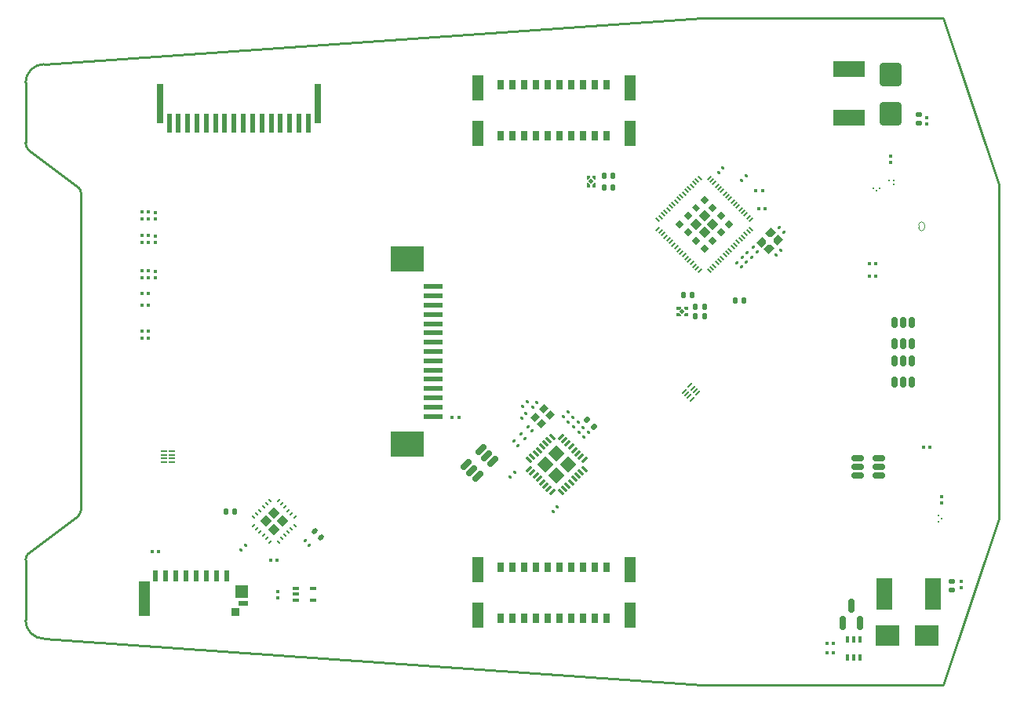
<source format=gbr>
G04 #@! TF.GenerationSoftware,KiCad,Pcbnew,8.0.1-8.0.1-1~ubuntu22.04.1*
G04 #@! TF.CreationDate,2024-03-31T08:55:46-05:00*
G04 #@! TF.ProjectId,controller,636f6e74-726f-46c6-9c65-722e6b696361,rev?*
G04 #@! TF.SameCoordinates,Original*
G04 #@! TF.FileFunction,Paste,Top*
G04 #@! TF.FilePolarity,Positive*
%FSLAX46Y46*%
G04 Gerber Fmt 4.6, Leading zero omitted, Abs format (unit mm)*
G04 Created by KiCad (PCBNEW 8.0.1-8.0.1-1~ubuntu22.04.1) date 2024-03-31 08:55:46*
%MOMM*%
%LPD*%
G01*
G04 APERTURE LIST*
G04 Aperture macros list*
%AMRoundRect*
0 Rectangle with rounded corners*
0 $1 Rounding radius*
0 $2 $3 $4 $5 $6 $7 $8 $9 X,Y pos of 4 corners*
0 Add a 4 corners polygon primitive as box body*
4,1,4,$2,$3,$4,$5,$6,$7,$8,$9,$2,$3,0*
0 Add four circle primitives for the rounded corners*
1,1,$1+$1,$2,$3*
1,1,$1+$1,$4,$5*
1,1,$1+$1,$6,$7*
1,1,$1+$1,$8,$9*
0 Add four rect primitives between the rounded corners*
20,1,$1+$1,$2,$3,$4,$5,0*
20,1,$1+$1,$4,$5,$6,$7,0*
20,1,$1+$1,$6,$7,$8,$9,0*
20,1,$1+$1,$8,$9,$2,$3,0*%
%AMHorizOval*
0 Thick line with rounded ends*
0 $1 width*
0 $2 $3 position (X,Y) of the first rounded end (center of the circle)*
0 $4 $5 position (X,Y) of the second rounded end (center of the circle)*
0 Add line between two ends*
20,1,$1,$2,$3,$4,$5,0*
0 Add two circle primitives to create the rounded ends*
1,1,$1,$2,$3*
1,1,$1,$4,$5*%
%AMRotRect*
0 Rectangle, with rotation*
0 The origin of the aperture is its center*
0 $1 length*
0 $2 width*
0 $3 Rotation angle, in degrees counterclockwise*
0 Add horizontal line*
21,1,$1,$2,0,0,$3*%
%AMOutline5P*
0 Free polygon, 5 corners , with rotation*
0 The origin of the aperture is its center*
0 number of corners: always 5*
0 $1 to $10 corner X, Y*
0 $11 Rotation angle, in degrees counterclockwise*
0 create outline with 5 corners*
4,1,5,$1,$2,$3,$4,$5,$6,$7,$8,$9,$10,$1,$2,$11*%
%AMOutline6P*
0 Free polygon, 6 corners , with rotation*
0 The origin of the aperture is its center*
0 number of corners: always 6*
0 $1 to $12 corner X, Y*
0 $13 Rotation angle, in degrees counterclockwise*
0 create outline with 6 corners*
4,1,6,$1,$2,$3,$4,$5,$6,$7,$8,$9,$10,$11,$12,$1,$2,$13*%
%AMOutline7P*
0 Free polygon, 7 corners , with rotation*
0 The origin of the aperture is its center*
0 number of corners: always 7*
0 $1 to $14 corner X, Y*
0 $15 Rotation angle, in degrees counterclockwise*
0 create outline with 7 corners*
4,1,7,$1,$2,$3,$4,$5,$6,$7,$8,$9,$10,$11,$12,$13,$14,$1,$2,$15*%
%AMOutline8P*
0 Free polygon, 8 corners , with rotation*
0 The origin of the aperture is its center*
0 number of corners: always 8*
0 $1 to $16 corner X, Y*
0 $17 Rotation angle, in degrees counterclockwise*
0 create outline with 8 corners*
4,1,8,$1,$2,$3,$4,$5,$6,$7,$8,$9,$10,$11,$12,$13,$14,$15,$16,$1,$2,$17*%
%AMFreePoly0*
4,1,6,0.150000,0.038638,0.026362,-0.085000,-0.150000,-0.085000,-0.150000,0.085000,0.150000,0.085000,0.150000,0.038638,0.150000,0.038638,$1*%
%AMFreePoly1*
4,1,6,0.150000,-0.038638,0.150000,-0.085000,-0.150000,-0.085000,-0.150000,0.085000,0.026362,0.085000,0.150000,-0.038638,0.150000,-0.038638,$1*%
%AMFreePoly2*
4,1,6,0.150000,-0.085000,-0.150000,-0.085000,-0.150000,-0.038638,-0.026362,0.085000,0.150000,0.085000,0.150000,-0.085000,0.150000,-0.085000,$1*%
%AMFreePoly3*
4,1,6,0.150000,-0.085000,-0.026362,-0.085000,-0.150000,0.038638,-0.150000,0.085000,0.150000,0.085000,0.150000,-0.085000,0.150000,-0.085000,$1*%
G04 Aperture macros list end*
%ADD10C,0.010000*%
%ADD11R,0.600000X1.250000*%
%ADD12R,1.200000X3.790000*%
%ADD13R,1.450000X1.400000*%
%ADD14R,1.000000X0.600000*%
%ADD15R,0.950000X0.850000*%
%ADD16RoundRect,0.047500X0.161220X-0.094045X-0.094045X0.161220X-0.161220X0.094045X0.094045X-0.161220X0*%
%ADD17RoundRect,0.047500X0.161220X0.094045X0.094045X0.161220X-0.161220X-0.094045X-0.094045X-0.161220X0*%
%ADD18RotRect,0.931000X0.931000X135.000000*%
%ADD19RoundRect,0.079500X-0.127279X-0.014849X-0.014849X-0.127279X0.127279X0.014849X0.014849X0.127279X0*%
%ADD20RoundRect,0.079500X-0.014849X0.127279X-0.127279X0.014849X0.014849X-0.127279X0.127279X-0.014849X0*%
%ADD21RoundRect,0.140000X0.140000X0.170000X-0.140000X0.170000X-0.140000X-0.170000X0.140000X-0.170000X0*%
%ADD22RoundRect,0.079500X0.079500X0.100500X-0.079500X0.100500X-0.079500X-0.100500X0.079500X-0.100500X0*%
%ADD23R,0.650000X0.400000*%
%ADD24RoundRect,0.079500X-0.079500X-0.100500X0.079500X-0.100500X0.079500X0.100500X-0.079500X0.100500X0*%
%ADD25RoundRect,0.079500X-0.100500X0.079500X-0.100500X-0.079500X0.100500X-0.079500X0.100500X0.079500X0*%
%ADD26RotRect,0.254000X0.812800X135.000000*%
%ADD27RotRect,0.254000X0.812800X45.000000*%
%ADD28RotRect,1.301800X1.301800X45.000000*%
%ADD29RoundRect,0.079500X0.127279X0.014849X0.014849X0.127279X-0.127279X-0.014849X-0.014849X-0.127279X0*%
%ADD30RoundRect,0.079500X0.014849X-0.127279X0.127279X-0.014849X-0.014849X0.127279X-0.127279X0.014849X0*%
%ADD31RoundRect,0.135000X0.226274X0.035355X0.035355X0.226274X-0.226274X-0.035355X-0.035355X-0.226274X0*%
%ADD32RoundRect,0.079500X0.100500X-0.079500X0.100500X0.079500X-0.100500X0.079500X-0.100500X-0.079500X0*%
%ADD33RotRect,0.750000X0.700000X45.000000*%
%ADD34RoundRect,0.140000X-0.170000X0.140000X-0.170000X-0.140000X0.170000X-0.140000X0.170000X0.140000X0*%
%ADD35R,2.500000X2.300000*%
%ADD36RoundRect,0.150000X-0.256326X-0.468458X0.468458X0.256326X0.256326X0.468458X-0.468458X-0.256326X0*%
%ADD37RoundRect,0.140000X-0.219203X-0.021213X-0.021213X-0.219203X0.219203X0.021213X0.021213X0.219203X0*%
%ADD38R,0.700000X0.200000*%
%ADD39RoundRect,0.140000X-0.140000X-0.170000X0.140000X-0.170000X0.140000X0.170000X-0.140000X0.170000X0*%
%ADD40R,0.609600X2.006600*%
%ADD41R,0.711200X4.191000*%
%ADD42R,3.505200X1.778000*%
%ADD43R,0.400000X0.650000*%
%ADD44RoundRect,0.150000X0.150000X-0.450000X0.150000X0.450000X-0.150000X0.450000X-0.150000X-0.450000X0*%
%ADD45R,2.000000X0.610000*%
%ADD46R,3.600000X2.680000*%
%ADD47R,0.200000X0.200000*%
%ADD48RoundRect,0.250000X0.900000X-1.000000X0.900000X1.000000X-0.900000X1.000000X-0.900000X-1.000000X0*%
%ADD49FreePoly0,0.000000*%
%ADD50FreePoly1,0.000000*%
%ADD51FreePoly2,0.000000*%
%ADD52FreePoly3,0.000000*%
%ADD53RotRect,0.420000X0.420000X45.000000*%
%ADD54R,1.778000X3.505200*%
%ADD55RotRect,0.600000X0.600000X225.000000*%
%ADD56RotRect,0.900000X0.900000X225.000000*%
%ADD57RotRect,0.500000X0.600000X225.000000*%
%ADD58HorizOval,0.200000X-0.141421X-0.141421X0.141421X0.141421X0*%
%ADD59HorizOval,0.200000X-0.141421X0.141421X0.141421X-0.141421X0*%
%ADD60RotRect,0.200000X0.200000X315.000000*%
%ADD61R,0.800000X1.100000*%
%ADD62R,1.200000X2.700000*%
%ADD63Outline5P,-0.425000X0.375000X0.275000X0.375000X0.425000X0.225000X0.425000X-0.375000X-0.425000X-0.375000X225.000000*%
%ADD64Outline5P,-0.425000X0.225000X-0.275000X0.375000X0.425000X0.375000X0.425000X-0.375000X-0.425000X-0.375000X225.000000*%
%ADD65Outline5P,-0.425000X0.375000X0.425000X0.375000X0.425000X-0.375000X-0.275000X-0.375000X-0.425000X-0.225000X225.000000*%
%ADD66Outline5P,-0.425000X0.375000X0.425000X0.375000X0.425000X-0.225000X0.275000X-0.375000X-0.425000X-0.375000X225.000000*%
%ADD67FreePoly0,270.000000*%
%ADD68FreePoly1,270.000000*%
%ADD69FreePoly2,270.000000*%
%ADD70FreePoly3,270.000000*%
%ADD71RotRect,0.420000X0.420000X315.000000*%
%ADD72RoundRect,0.150000X-0.512500X-0.150000X0.512500X-0.150000X0.512500X0.150000X-0.512500X0.150000X0*%
%ADD73RoundRect,0.140000X0.170000X-0.140000X0.170000X0.140000X-0.170000X0.140000X-0.170000X-0.140000X0*%
%ADD74RoundRect,0.150000X0.150000X-0.587500X0.150000X0.587500X-0.150000X0.587500X-0.150000X-0.587500X0*%
%ADD75RotRect,0.700000X0.200000X225.000000*%
G04 #@! TA.AperFunction,Profile*
%ADD76C,0.254000*%
G04 #@! TD*
G04 #@! TA.AperFunction,Profile*
%ADD77C,0.010000*%
G04 #@! TD*
G04 APERTURE END LIST*
D10*
X153635000Y-95310000D02*
X153485000Y-95460000D01*
X153245000Y-95460000D01*
X153245000Y-95200000D01*
X153635000Y-95200000D01*
X153635000Y-95310000D01*
G36*
X153635000Y-95310000D02*
G01*
X153485000Y-95460000D01*
X153245000Y-95460000D01*
X153245000Y-95200000D01*
X153635000Y-95200000D01*
X153635000Y-95310000D01*
G37*
X153635000Y-96000000D02*
X153635000Y-96110000D01*
X153245000Y-96110000D01*
X153245000Y-95850000D01*
X153485000Y-95850000D01*
X153635000Y-96000000D01*
G36*
X153635000Y-96000000D02*
G01*
X153635000Y-96110000D01*
X153245000Y-96110000D01*
X153245000Y-95850000D01*
X153485000Y-95850000D01*
X153635000Y-96000000D01*
G37*
X154445000Y-95460000D02*
X154205000Y-95460000D01*
X154055000Y-95310000D01*
X154055000Y-95200000D01*
X154445000Y-95200000D01*
X154445000Y-95460000D01*
G36*
X154445000Y-95460000D02*
G01*
X154205000Y-95460000D01*
X154055000Y-95310000D01*
X154055000Y-95200000D01*
X154445000Y-95200000D01*
X154445000Y-95460000D01*
G37*
X154445000Y-96110000D02*
X154055000Y-96110000D01*
X154055000Y-96000000D01*
X154205000Y-95850000D01*
X154445000Y-95850000D01*
X154445000Y-96110000D01*
G36*
X154445000Y-96110000D02*
G01*
X154055000Y-96110000D01*
X154055000Y-96000000D01*
X154205000Y-95850000D01*
X154445000Y-95850000D01*
X154445000Y-96110000D01*
G37*
X143810000Y-81245000D02*
X143660000Y-81395000D01*
X143550000Y-81395000D01*
X143550000Y-81005000D01*
X143810000Y-81005000D01*
X143810000Y-81245000D01*
G36*
X143810000Y-81245000D02*
G01*
X143660000Y-81395000D01*
X143550000Y-81395000D01*
X143550000Y-81005000D01*
X143810000Y-81005000D01*
X143810000Y-81245000D01*
G37*
X143810000Y-81965000D02*
X143810000Y-82205000D01*
X143550000Y-82205000D01*
X143550000Y-81815000D01*
X143660000Y-81815000D01*
X143810000Y-81965000D01*
G36*
X143810000Y-81965000D02*
G01*
X143810000Y-82205000D01*
X143550000Y-82205000D01*
X143550000Y-81815000D01*
X143660000Y-81815000D01*
X143810000Y-81965000D01*
G37*
X144460000Y-81395000D02*
X144350000Y-81395000D01*
X144200000Y-81245000D01*
X144200000Y-81005000D01*
X144460000Y-81005000D01*
X144460000Y-81395000D01*
G36*
X144460000Y-81395000D02*
G01*
X144350000Y-81395000D01*
X144200000Y-81245000D01*
X144200000Y-81005000D01*
X144460000Y-81005000D01*
X144460000Y-81395000D01*
G37*
X144460000Y-82205000D02*
X144200000Y-82205000D01*
X144200000Y-81965000D01*
X144350000Y-81815000D01*
X144460000Y-81815000D01*
X144460000Y-82205000D01*
G36*
X144460000Y-82205000D02*
G01*
X144200000Y-82205000D01*
X144200000Y-81965000D01*
X144350000Y-81815000D01*
X144460000Y-81815000D01*
X144460000Y-82205000D01*
G37*
D11*
X104680000Y-124185000D03*
X103580000Y-124185000D03*
X102480000Y-124185000D03*
X101380000Y-124185000D03*
X100280000Y-124185000D03*
X99180000Y-124185000D03*
X98080000Y-124185000D03*
X96980000Y-124185000D03*
D12*
X95830000Y-126665000D03*
D13*
X106305000Y-125910000D03*
D14*
X106530000Y-127160000D03*
D15*
X105605000Y-128135000D03*
D16*
X110279619Y-120547386D03*
X110633173Y-120193833D03*
X110986726Y-119840280D03*
X111340280Y-119486726D03*
X111693833Y-119133173D03*
X112047386Y-118779619D03*
D17*
X112047386Y-117860381D03*
X111693833Y-117506827D03*
X111340280Y-117153274D03*
X110986726Y-116799720D03*
X110633173Y-116446167D03*
X110279619Y-116092614D03*
D16*
X109360381Y-116092614D03*
X109006827Y-116446167D03*
X108653274Y-116799720D03*
X108299720Y-117153274D03*
X107946167Y-117506827D03*
X107592614Y-117860381D03*
D17*
X107592614Y-118779619D03*
X107946167Y-119133173D03*
X108299720Y-119486726D03*
X108653274Y-119840280D03*
X109006827Y-120193833D03*
X109360381Y-120547386D03*
D18*
X109820000Y-119186206D03*
X110686206Y-118320000D03*
X108953794Y-118320000D03*
X109820000Y-117453794D03*
D19*
X113146048Y-120426048D03*
X113633952Y-120913952D03*
D20*
X106703952Y-120916048D03*
X106216048Y-121403952D03*
D21*
X105580000Y-117250000D03*
X104620000Y-117250000D03*
D22*
X97335000Y-121560000D03*
X96645000Y-121560000D03*
D23*
X112130000Y-125540000D03*
X112130000Y-126190000D03*
X112130000Y-126840000D03*
X114030000Y-126840000D03*
X114030000Y-125540000D03*
D24*
X109455000Y-122500000D03*
X110145000Y-122500000D03*
D25*
X110240000Y-125935000D03*
X110240000Y-126625000D03*
D26*
X137309575Y-112675954D03*
X137668785Y-113035164D03*
X138027995Y-113394374D03*
X138387205Y-113753584D03*
X138746416Y-114112795D03*
X139105626Y-114472005D03*
X139464836Y-114831215D03*
X139824046Y-115190425D03*
D27*
X140775954Y-115190425D03*
X141135164Y-114831215D03*
X141494374Y-114472005D03*
X141853584Y-114112795D03*
X142212795Y-113753584D03*
X142572005Y-113394374D03*
X142931215Y-113035164D03*
X143290425Y-112675954D03*
D26*
X143290425Y-111724046D03*
X142931215Y-111364836D03*
X142572005Y-111005626D03*
X142212795Y-110646416D03*
X141853584Y-110287205D03*
X141494374Y-109927995D03*
X141135164Y-109568785D03*
X140775954Y-109209575D03*
D27*
X139824046Y-109209575D03*
X139464836Y-109568785D03*
X139105626Y-109927995D03*
X138746416Y-110287205D03*
X138387205Y-110646416D03*
X138027995Y-111005626D03*
X137668785Y-111364836D03*
X137309575Y-111724046D03*
D28*
X139096646Y-112200000D03*
X140300000Y-113403354D03*
X140300000Y-110996646D03*
X141503354Y-112200000D03*
D20*
X140383952Y-116796048D03*
X139896048Y-117283952D03*
X141523952Y-106546048D03*
X141036048Y-107033952D03*
D29*
X136923952Y-109363952D03*
X136436048Y-108876048D03*
X136143952Y-110143952D03*
X135656048Y-109656048D03*
D30*
X142686048Y-108703952D03*
X143173952Y-108216048D03*
X143226048Y-109233952D03*
X143713952Y-108746048D03*
D20*
X136993952Y-106676048D03*
X136506048Y-107163952D03*
D30*
X137692322Y-105997678D03*
X138180226Y-105509774D03*
D31*
X144320624Y-108100624D03*
X143599376Y-107379376D03*
D32*
X181860000Y-116365000D03*
X181860000Y-115675000D03*
D29*
X137683952Y-108593952D03*
X137196048Y-108106048D03*
D33*
X138676256Y-107820503D03*
X139630850Y-106865909D03*
X138923744Y-106158803D03*
X137969150Y-107113397D03*
D30*
X142116048Y-108123952D03*
X142603952Y-107636048D03*
D25*
X183922100Y-124835000D03*
X183922100Y-125525000D03*
D34*
X182932100Y-124810000D03*
X182932100Y-125770000D03*
D35*
X180272100Y-130680000D03*
X175972100Y-130680000D03*
D22*
X96230000Y-98552000D03*
X95540000Y-98552000D03*
X96230000Y-97790000D03*
X95540000Y-97790000D03*
D36*
X130496098Y-112160400D03*
X131167849Y-112832151D03*
X131839600Y-113503902D03*
X133448268Y-111895234D03*
X132776517Y-111223483D03*
X132104766Y-110551732D03*
D30*
X141576048Y-107583952D03*
X142063952Y-107096048D03*
X136656048Y-105943952D03*
X137143952Y-105456048D03*
D37*
X114180589Y-119360589D03*
X114859411Y-120039411D03*
D38*
X98800000Y-111950000D03*
X98800000Y-111550000D03*
X98800000Y-111150000D03*
X98800000Y-110750000D03*
X97900000Y-110750000D03*
X97900000Y-111150000D03*
X97900000Y-111550000D03*
X97900000Y-111950000D03*
D24*
X129045000Y-107090000D03*
X129735000Y-107090000D03*
D22*
X96230000Y-87503000D03*
X95540000Y-87503000D03*
D25*
X176300000Y-78925000D03*
X176300000Y-79615000D03*
D30*
X157771048Y-80711952D03*
X158258952Y-80224048D03*
D39*
X155270000Y-95180000D03*
X156230000Y-95180000D03*
D22*
X96230000Y-94996000D03*
X95540000Y-94996000D03*
D40*
X113495001Y-75329000D03*
X112495001Y-75329000D03*
X111495000Y-75329000D03*
X110495002Y-75329000D03*
X109495002Y-75329000D03*
X108495001Y-75329000D03*
X107495001Y-75329000D03*
X106495003Y-75329000D03*
X105495002Y-75329000D03*
X104495001Y-75329000D03*
X103495001Y-75329000D03*
X102495000Y-75329000D03*
X101495002Y-75329000D03*
X100495002Y-75329000D03*
X99495001Y-75329000D03*
X98495001Y-75329000D03*
D41*
X97498701Y-73220800D03*
X114491301Y-73220800D03*
D39*
X159560000Y-94500000D03*
X160520000Y-94500000D03*
D22*
X170145000Y-132550000D03*
X169455000Y-132550000D03*
D42*
X171830000Y-74734100D03*
X171830000Y-69501700D03*
D22*
X96230000Y-92075000D03*
X95540000Y-92075000D03*
D19*
X164316048Y-86606048D03*
X164803952Y-87093952D03*
D22*
X180545000Y-110300000D03*
X179855000Y-110300000D03*
D39*
X145420000Y-82280000D03*
X146380000Y-82280000D03*
D21*
X154910000Y-93890000D03*
X153950000Y-93890000D03*
D43*
X171700000Y-133000000D03*
X172350000Y-133000000D03*
X173000000Y-133000000D03*
X173000000Y-131100000D03*
X172350000Y-131100000D03*
X171700000Y-131100000D03*
D44*
X176750000Y-99137500D03*
X177700000Y-99137500D03*
X178650000Y-99137500D03*
X178650000Y-96862500D03*
X177700000Y-96862500D03*
X176750000Y-96862500D03*
D22*
X96230000Y-85725000D03*
X95540000Y-85725000D03*
D45*
X127000000Y-93000000D03*
X127000000Y-94000000D03*
X127000000Y-95000000D03*
X127000000Y-96000000D03*
X127000000Y-97000000D03*
X127000000Y-98000000D03*
X127000000Y-99000000D03*
X127000000Y-100000000D03*
X127000000Y-101000000D03*
X127000000Y-102000000D03*
X127000000Y-103000000D03*
X127000000Y-104000000D03*
X127000000Y-105000000D03*
X127000000Y-106000000D03*
X127000000Y-107000000D03*
D46*
X124200000Y-90010000D03*
X124200000Y-109990000D03*
D39*
X155270000Y-96180000D03*
X156230000Y-96180000D03*
D47*
X174809000Y-82673000D03*
X175149000Y-82373000D03*
X174469000Y-82373000D03*
D48*
X176320000Y-74377500D03*
X176320000Y-70077500D03*
D24*
X161807000Y-82666000D03*
X162497000Y-82666000D03*
D22*
X96230000Y-91313000D03*
X95540000Y-91313000D03*
D49*
X153440000Y-95330000D03*
D50*
X153440000Y-95980000D03*
D51*
X154250000Y-95980000D03*
D52*
X154250000Y-95330000D03*
D53*
X153845000Y-95655000D03*
D25*
X97028000Y-87539000D03*
X97028000Y-88229000D03*
D20*
X135798952Y-113081048D03*
X135311048Y-113568952D03*
D22*
X96230000Y-84963000D03*
X95540000Y-84963000D03*
X96230000Y-88265000D03*
X95540000Y-88265000D03*
D54*
X175675900Y-126200000D03*
X180908300Y-126200000D03*
D25*
X97025000Y-84999000D03*
X97025000Y-85689000D03*
D19*
X160309774Y-89869774D03*
X160797678Y-90357678D03*
D55*
X158896170Y-86281996D03*
X158012287Y-85398113D03*
X157128403Y-84514229D03*
X156244520Y-83630346D03*
X158012287Y-87165879D03*
D56*
X157128403Y-86281996D03*
X156244520Y-85398113D03*
D57*
X155360637Y-84514229D03*
D55*
X157128403Y-88049763D03*
D56*
X156244520Y-87165879D03*
X155360637Y-86281996D03*
D55*
X154476753Y-85398113D03*
X156244520Y-88933646D03*
X155360637Y-88049763D03*
X154476753Y-87165879D03*
X153592870Y-86281996D03*
D58*
X161264978Y-85787021D03*
X160982135Y-85504179D03*
X160699293Y-85221336D03*
X160416450Y-84938493D03*
X160133607Y-84655650D03*
X159850765Y-84372808D03*
X159567922Y-84089965D03*
X159285079Y-83807122D03*
X159002236Y-83524280D03*
X158719394Y-83241437D03*
X158436551Y-82958594D03*
X158153708Y-82675751D03*
X157870866Y-82392909D03*
X157588023Y-82110066D03*
X157305180Y-81827223D03*
X157022337Y-81544381D03*
X156739495Y-81261538D03*
D59*
X155749545Y-81261538D03*
X155466703Y-81544381D03*
X155183860Y-81827223D03*
X154901017Y-82110066D03*
X154618174Y-82392909D03*
X154335332Y-82675751D03*
X154052489Y-82958594D03*
X153769646Y-83241437D03*
X153486804Y-83524280D03*
X153203961Y-83807122D03*
X152921118Y-84089965D03*
X152638275Y-84372808D03*
X152355433Y-84655650D03*
X152072590Y-84938493D03*
X151789747Y-85221336D03*
X151506905Y-85504179D03*
X151224062Y-85787021D03*
D58*
X151224062Y-86776971D03*
X151506905Y-87059813D03*
X151789747Y-87342656D03*
X152072590Y-87625499D03*
X152355433Y-87908342D03*
X152638275Y-88191184D03*
X152921118Y-88474027D03*
X153203961Y-88756870D03*
X153486804Y-89039712D03*
X153769646Y-89322555D03*
X154052489Y-89605398D03*
X154335332Y-89888241D03*
X154618174Y-90171083D03*
X154901017Y-90453926D03*
X155183860Y-90736769D03*
X155466703Y-91019611D03*
X155749545Y-91302454D03*
D59*
X156739495Y-91302454D03*
X157022337Y-91019611D03*
X157305180Y-90736769D03*
X157588023Y-90453926D03*
X157870866Y-90171083D03*
X158153708Y-89888241D03*
X158436551Y-89605398D03*
X158719394Y-89322555D03*
X159002236Y-89039712D03*
X159285079Y-88756870D03*
X159567922Y-88474027D03*
X159850765Y-88191184D03*
X160133607Y-87908342D03*
X160416450Y-87625499D03*
X160699293Y-87342656D03*
X160982135Y-87059813D03*
X161264978Y-86776971D03*
D60*
X176648000Y-81538000D03*
X176195452Y-81509716D03*
X176676284Y-81990548D03*
D61*
X134285000Y-128750000D03*
X135555000Y-128750000D03*
X136825000Y-128750000D03*
X138095000Y-128750000D03*
X139365000Y-128750000D03*
X140635000Y-128750000D03*
X141905000Y-128750000D03*
X143175000Y-128750000D03*
X144445000Y-128750000D03*
X145715000Y-128750000D03*
X134285000Y-123250000D03*
X135555000Y-123250000D03*
X136825000Y-123250000D03*
X138095000Y-123250000D03*
X139365000Y-123250000D03*
X140635000Y-123250000D03*
X141905000Y-123250000D03*
X143175000Y-123250000D03*
X144445000Y-123250000D03*
X145715000Y-123250000D03*
D62*
X148210000Y-128450000D03*
X148210000Y-123550000D03*
X131790000Y-128450000D03*
X131790000Y-123550000D03*
D63*
X163386066Y-87238262D03*
D64*
X162431472Y-88192856D03*
D65*
X163173934Y-88935318D03*
D66*
X164128528Y-87980724D03*
D67*
X144330000Y-81200000D03*
D68*
X143680000Y-81200000D03*
D69*
X143680000Y-82010000D03*
D70*
X144330000Y-82010000D03*
D71*
X144005000Y-81605000D03*
D39*
X145420000Y-81080000D03*
X146380000Y-81080000D03*
D47*
X181812000Y-118011000D03*
X181512000Y-117671000D03*
X181512000Y-118351000D03*
D19*
X161486048Y-88756048D03*
X161973952Y-89243952D03*
D22*
X170145000Y-131500000D03*
X169455000Y-131500000D03*
D19*
X160849774Y-89329774D03*
X161337678Y-89817678D03*
D32*
X180230000Y-75445000D03*
X180230000Y-74755000D03*
D30*
X164006048Y-89603952D03*
X164493952Y-89116048D03*
D72*
X172800000Y-111500000D03*
X172800000Y-112450000D03*
X172800000Y-113400000D03*
X175075000Y-113400000D03*
X175075000Y-112450000D03*
X175075000Y-111500000D03*
D61*
X134285000Y-76750000D03*
X135555000Y-76750000D03*
X136825000Y-76750000D03*
X138095000Y-76750000D03*
X139365000Y-76750000D03*
X140635000Y-76750000D03*
X141905000Y-76750000D03*
X143175000Y-76750000D03*
X144445000Y-76750000D03*
X145715000Y-76750000D03*
X134285000Y-71250000D03*
X135555000Y-71250000D03*
X136825000Y-71250000D03*
X138095000Y-71250000D03*
X139365000Y-71250000D03*
X140635000Y-71250000D03*
X141905000Y-71250000D03*
X143175000Y-71250000D03*
X144445000Y-71250000D03*
X145715000Y-71250000D03*
D62*
X148210000Y-76450000D03*
X148210000Y-71550000D03*
X131790000Y-76450000D03*
X131790000Y-71550000D03*
D30*
X160259048Y-81524952D03*
X160746952Y-81037048D03*
D19*
X159769774Y-90409774D03*
X160257678Y-90897678D03*
D24*
X162101000Y-84581000D03*
X162791000Y-84581000D03*
D22*
X174715000Y-91870000D03*
X174025000Y-91870000D03*
X96230000Y-93726000D03*
X95540000Y-93726000D03*
D25*
X97028000Y-91349000D03*
X97028000Y-92039000D03*
D44*
X176750000Y-103300000D03*
X177700000Y-103300000D03*
X178650000Y-103300000D03*
X178650000Y-101025000D03*
X177700000Y-101025000D03*
X176750000Y-101025000D03*
D73*
X179360000Y-75370000D03*
X179360000Y-74410000D03*
D74*
X171150000Y-129337500D03*
X173050000Y-129337500D03*
X172100000Y-127462500D03*
D75*
X155527528Y-104511528D03*
X155244685Y-104228685D03*
X154961843Y-103945843D03*
X154679000Y-103663000D03*
X154042604Y-104299396D03*
X154325447Y-104582239D03*
X154608289Y-104865081D03*
X154891132Y-105147924D03*
D22*
X174745000Y-90500000D03*
X174055000Y-90500000D03*
D76*
X83000000Y-71000000D02*
G75*
G02*
X85000000Y-69000000I2000000J0D01*
G01*
X156000000Y-136000000D02*
X85000000Y-131000000D01*
X88707107Y-82292893D02*
G75*
G02*
X89000000Y-83000000I-707107J-707107D01*
G01*
X188000000Y-118000000D02*
X188000000Y-82000000D01*
X89000000Y-117000000D02*
G75*
G02*
X88707107Y-117707107I-1000000J0D01*
G01*
X182000000Y-64000000D02*
X188000000Y-82000000D01*
X182000000Y-64000000D02*
X156000000Y-64000000D01*
X89000000Y-83000000D02*
X89000000Y-117000000D01*
X83000000Y-122500000D02*
X83000000Y-129000000D01*
X188000000Y-118000000D02*
X182000000Y-136000000D01*
X83292893Y-78207107D02*
G75*
G02*
X83000000Y-77500000I707107J707107D01*
G01*
X88707107Y-82292893D02*
X83292893Y-78207107D01*
X156000000Y-64000000D02*
X85000000Y-69000000D01*
X88707107Y-117707107D02*
X83292893Y-121792893D01*
X83000000Y-77500000D02*
X83000000Y-71000000D01*
X83000000Y-122500000D02*
G75*
G02*
X83292893Y-121792893I1000000J0D01*
G01*
X85000000Y-131000000D02*
G75*
G02*
X83000000Y-129000000I0J2000000D01*
G01*
X156000000Y-136000000D02*
X182000000Y-136000000D01*
D77*
X179354000Y-86650000D02*
X179354000Y-86350000D01*
X180004000Y-86350000D02*
X180004000Y-86650000D01*
X179354000Y-86350000D02*
G75*
G02*
X179679000Y-86025000I325000J0D01*
G01*
X179679000Y-86025000D02*
G75*
G02*
X180004000Y-86350000I0J-325000D01*
G01*
X179679000Y-86975000D02*
G75*
G02*
X179354000Y-86650000I0J325000D01*
G01*
X180004000Y-86650000D02*
G75*
G02*
X179679000Y-86975000I-325000J0D01*
G01*
M02*

</source>
